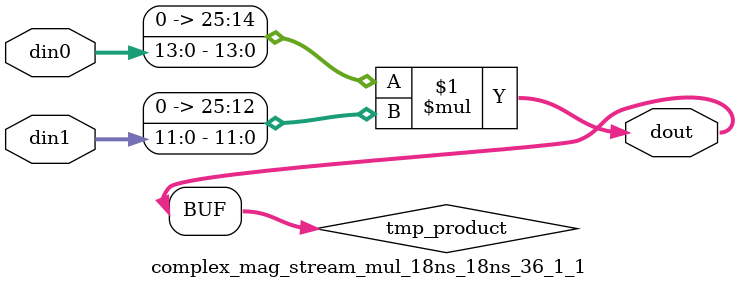
<source format=v>

`timescale 1 ns / 1 ps

 module complex_mag_stream_mul_18ns_18ns_36_1_1(din0, din1, dout);
parameter ID = 1;
parameter NUM_STAGE = 0;
parameter din0_WIDTH = 14;
parameter din1_WIDTH = 12;
parameter dout_WIDTH = 26;

input [din0_WIDTH - 1 : 0] din0; 
input [din1_WIDTH - 1 : 0] din1; 
output [dout_WIDTH - 1 : 0] dout;

wire signed [dout_WIDTH - 1 : 0] tmp_product;
























assign tmp_product = $signed({1'b0, din0}) * $signed({1'b0, din1});











assign dout = tmp_product;





















endmodule

</source>
